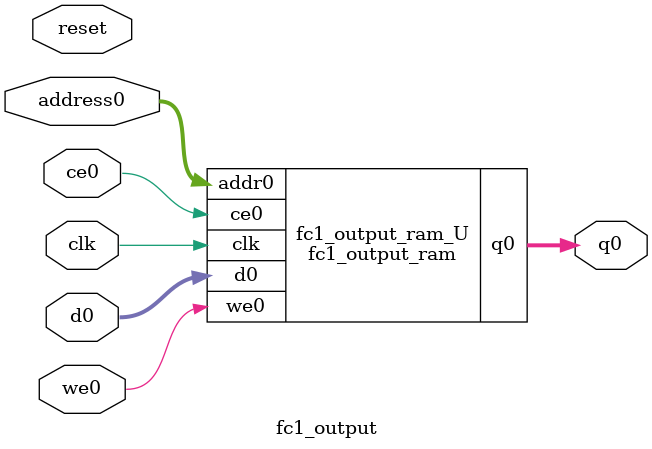
<source format=v>
`timescale 1 ns / 1 ps
module fc1_output_ram (addr0, ce0, d0, we0, q0,  clk);

parameter DWIDTH = 32;
parameter AWIDTH = 7;
parameter MEM_SIZE = 120;

input[AWIDTH-1:0] addr0;
input ce0;
input[DWIDTH-1:0] d0;
input we0;
output reg[DWIDTH-1:0] q0;
input clk;

(* ram_style = "block" *)reg [DWIDTH-1:0] ram[0:MEM_SIZE-1];




always @(posedge clk)  
begin 
    if (ce0) 
    begin
        if (we0) 
        begin 
            ram[addr0] <= d0; 
        end 
        q0 <= ram[addr0];
    end
end


endmodule

`timescale 1 ns / 1 ps
module fc1_output(
    reset,
    clk,
    address0,
    ce0,
    we0,
    d0,
    q0);

parameter DataWidth = 32'd32;
parameter AddressRange = 32'd120;
parameter AddressWidth = 32'd7;
input reset;
input clk;
input[AddressWidth - 1:0] address0;
input ce0;
input we0;
input[DataWidth - 1:0] d0;
output[DataWidth - 1:0] q0;



fc1_output_ram fc1_output_ram_U(
    .clk( clk ),
    .addr0( address0 ),
    .ce0( ce0 ),
    .we0( we0 ),
    .d0( d0 ),
    .q0( q0 ));

endmodule


</source>
